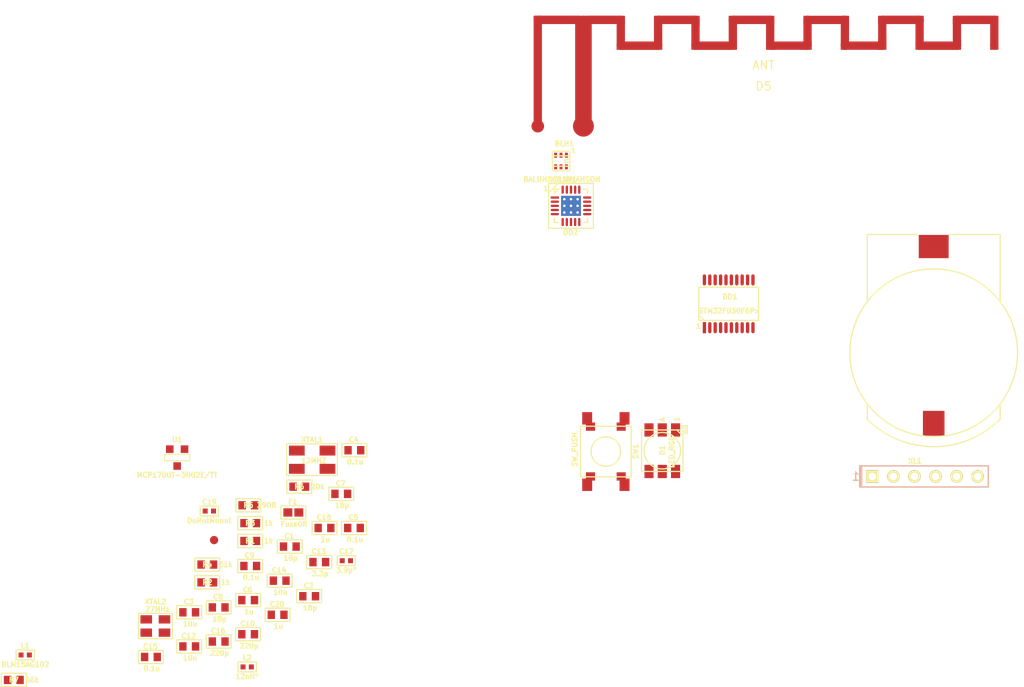
<source format=kicad_pcb>
(kicad_pcb (version 20170123) (host pcbnew "(2017-02-02 revision 8dadc18)-makepkg")

  (general
    (links 115)
    (no_connects 115)
    (area 0 0 0 0)
    (thickness 1.6)
    (drawings 9)
    (tracks 0)
    (zones 0)
    (modules 41)
    (nets 36)
  )

  (page A4)
  (layers
    (0 F.Cu signal)
    (31 B.Cu signal)
    (32 B.Adhes user)
    (33 F.Adhes user)
    (34 B.Paste user)
    (35 F.Paste user)
    (36 B.SilkS user)
    (37 F.SilkS user)
    (38 B.Mask user)
    (39 F.Mask user)
    (40 Dwgs.User user)
    (41 Cmts.User user)
    (42 Eco1.User user)
    (43 Eco2.User user)
    (44 Edge.Cuts user)
    (45 Margin user)
    (46 B.CrtYd user)
    (47 F.CrtYd user)
    (48 B.Fab user)
    (49 F.Fab user)
  )

  (setup
    (last_trace_width 0.25)
    (trace_clearance 0.2)
    (zone_clearance 0.508)
    (zone_45_only no)
    (trace_min 0.2)
    (segment_width 0.2)
    (edge_width 0.15)
    (via_size 0.8)
    (via_drill 0.4)
    (via_min_size 0.4)
    (via_min_drill 0.3)
    (uvia_size 0.3)
    (uvia_drill 0.1)
    (uvias_allowed no)
    (uvia_min_size 0.2)
    (uvia_min_drill 0.1)
    (pcb_text_width 0.3)
    (pcb_text_size 1.5 1.5)
    (mod_edge_width 0.15)
    (mod_text_size 1 1)
    (mod_text_width 0.15)
    (pad_size 1.524 1.524)
    (pad_drill 0.762)
    (pad_to_mask_clearance 0.2)
    (aux_axis_origin 0 0)
    (visible_elements 7FFFFFFF)
    (pcbplotparams
      (layerselection 0x00030_ffffffff)
      (usegerberextensions false)
      (excludeedgelayer true)
      (linewidth 0.100000)
      (plotframeref false)
      (viasonmask false)
      (mode 1)
      (useauxorigin false)
      (hpglpennumber 1)
      (hpglpenspeed 20)
      (hpglpendiameter 15)
      (psnegative false)
      (psa4output false)
      (plotreference true)
      (plotvalue true)
      (plotinvisibletext false)
      (padsonsilk false)
      (subtractmaskfromsilk false)
      (outputformat 1)
      (mirror false)
      (drillshape 1)
      (scaleselection 1)
      (outputdirectory ""))
  )

  (net 0 "")
  (net 1 MCU_PWR)
  (net 2 /CC_GDO0)
  (net 3 /LED_B)
  (net 4 /SWD_IO)
  (net 5 /SWD_CLK)
  (net 6 GNDS)
  (net 7 "Net-(DD1-Pad14)")
  (net 8 /CC_MOSI)
  (net 9 /CC_MISO)
  (net 10 /CC_SCK)
  (net 11 "Net-(DD1-Pad4)")
  (net 12 "Net-(DD1-Pad3)")
  (net 13 "Net-(C1-Pad1)")
  (net 14 /LED_R)
  (net 15 /LED_G)
  (net 16 /UART_TX)
  (net 17 /UART_RX)
  (net 18 /CC_CS)
  (net 19 +3V3)
  (net 20 GNDA)
  (net 21 "Net-(C18-Pad1)")
  (net 22 /BAT_+3V)
  (net 23 "Net-(DD2-Pad17)")
  (net 24 "Net-(C2-Pad1)")
  (net 25 "Net-(D1-Pad4)")
  (net 26 "Net-(D1-Pad5)")
  (net 27 "Net-(D1-Pad6)")
  (net 28 /ANT1)
  (net 29 /RF2)
  (net 30 /RF1)
  (net 31 "Net-(C7-Pad1)")
  (net 32 "Net-(C8-Pad1)")
  (net 33 "Net-(DD2-Pad3)")
  (net 34 "Net-(C9-Pad1)")
  (net 35 /ANT2)

  (net_class Default "Это класс цепей по умолчанию."
    (clearance 0.2)
    (trace_width 0.25)
    (via_dia 0.8)
    (via_drill 0.4)
    (uvia_dia 0.3)
    (uvia_drill 0.1)
    (add_net +3V3)
    (add_net /ANT1)
    (add_net /ANT2)
    (add_net /BAT_+3V)
    (add_net /CC_CS)
    (add_net /CC_GDO0)
    (add_net /CC_MISO)
    (add_net /CC_MOSI)
    (add_net /CC_SCK)
    (add_net /LED_B)
    (add_net /LED_G)
    (add_net /LED_R)
    (add_net /RF1)
    (add_net /RF2)
    (add_net /SWD_CLK)
    (add_net /SWD_IO)
    (add_net /UART_RX)
    (add_net /UART_TX)
    (add_net GNDA)
    (add_net GNDS)
    (add_net MCU_PWR)
    (add_net "Net-(C1-Pad1)")
    (add_net "Net-(C18-Pad1)")
    (add_net "Net-(C2-Pad1)")
    (add_net "Net-(C7-Pad1)")
    (add_net "Net-(C8-Pad1)")
    (add_net "Net-(C9-Pad1)")
    (add_net "Net-(D1-Pad4)")
    (add_net "Net-(D1-Pad5)")
    (add_net "Net-(D1-Pad6)")
    (add_net "Net-(DD1-Pad14)")
    (add_net "Net-(DD1-Pad3)")
    (add_net "Net-(DD1-Pad4)")
    (add_net "Net-(DD2-Pad17)")
    (add_net "Net-(DD2-Pad3)")
  )

  (module ANT_868_INV_F:ANTENNA_868_INV_F_SHARP (layer F.Cu) (tedit 58C676D1) (tstamp 59A0AA03)
    (at 103.5 114.3)
    (path /59933AD6)
    (fp_text reference D5 (at 27.2 -4.01) (layer F.SilkS)
      (effects (font (size 1 1) (thickness 0.15)))
    )
    (fp_text value ANT (at 27.2 -6.55) (layer F.SilkS)
      (effects (font (size 1 1) (thickness 0.15)))
    )
    (fp_line (start 10 -12) (end 10 -8.9) (layer F.Cu) (width 1))
    (fp_line (start 6 -12) (end 10 -12) (layer F.Cu) (width 1))
    (fp_line (start 0 -12) (end 5 -12) (layer F.Cu) (width 1))
    (fp_line (start 55 -12) (end 55 -8.9) (layer F.Cu) (width 1))
    (fp_line (start 50.5 -12) (end 55 -12) (layer F.Cu) (width 1))
    (fp_line (start 50.5 -8.9) (end 50.5 -12) (layer F.Cu) (width 1))
    (fp_line (start 46 -8.9) (end 50.5 -8.9) (layer F.Cu) (width 1))
    (fp_line (start 46 -12) (end 46 -8.9) (layer F.Cu) (width 1))
    (fp_line (start 41.5 -12) (end 46 -12) (layer F.Cu) (width 1))
    (fp_line (start 41.5 -8.9) (end 41.5 -12) (layer F.Cu) (width 1))
    (fp_line (start 37 -8.9) (end 41.5 -8.9) (layer F.Cu) (width 1))
    (fp_line (start 37 -12) (end 37 -8.9) (layer F.Cu) (width 1))
    (fp_line (start 32.5 -12) (end 37 -12) (layer F.Cu) (width 1))
    (fp_line (start 32.5 -8.9) (end 32.5 -12) (layer F.Cu) (width 1))
    (fp_line (start 28 -8.9) (end 32.5 -8.9) (layer F.Cu) (width 1))
    (fp_line (start 28 -12) (end 28 -9) (layer F.Cu) (width 1))
    (fp_line (start 23.5 -12) (end 28 -12) (layer F.Cu) (width 1))
    (fp_line (start 23.5 -9) (end 23.5 -12) (layer F.Cu) (width 1))
    (fp_line (start 19 -8.9) (end 23.5 -8.9) (layer F.Cu) (width 1))
    (fp_line (start 19 -12) (end 19 -8.9) (layer F.Cu) (width 1))
    (fp_line (start 14.5 -12) (end 19 -12) (layer F.Cu) (width 1))
    (fp_line (start 14.5 -8.9) (end 14.5 -12) (layer F.Cu) (width 1))
    (fp_line (start 10 -8.9) (end 14.5 -8.9) (layer F.Cu) (width 1))
    (fp_line (start 5.5 0.8) (end 5.5 -11.5) (layer F.Cu) (width 2))
    (fp_line (start -0.4 -12.4) (end -0.4 -11.9) (layer F.Cu) (width 0.2))
    (fp_line (start 0.1 -12.4) (end -0.4 -12.4) (layer F.Cu) (width 0.2))
    (fp_line (start 9.7 -12.4) (end 0.1 -12.4) (layer F.Cu) (width 0.2))
    (fp_line (start 10.4 -12.4) (end 9.7 -12.4) (layer F.Cu) (width 0.2))
    (fp_line (start 10.4 -11.5) (end 10.4 -12.4) (layer F.Cu) (width 0.2))
    (fp_line (start 9.6 -8.5) (end 9.6 -9.1) (layer F.Cu) (width 0.2))
    (fp_line (start 10.1 -8.5) (end 9.6 -8.5) (layer F.Cu) (width 0.2))
    (fp_line (start 14.3 -8.5) (end 10.1 -8.5) (layer F.Cu) (width 0.2))
    (fp_line (start 14.9 -8.5) (end 14.3 -8.5) (layer F.Cu) (width 0.2))
    (fp_line (start 14.9 -9) (end 14.9 -8.5) (layer F.Cu) (width 0.2))
    (fp_line (start 14.1 -12.4) (end 14.1 -11.9) (layer F.Cu) (width 0.2))
    (fp_line (start 14.6 -12.4) (end 14.1 -12.4) (layer F.Cu) (width 0.2))
    (fp_line (start 18.4 -12.4) (end 14.6 -12.4) (layer F.Cu) (width 0.2))
    (fp_line (start 19.4 -12.4) (end 18.4 -12.4) (layer F.Cu) (width 0.2))
    (fp_line (start 19.4 -11.3) (end 19.4 -12.4) (layer F.Cu) (width 0.2))
    (fp_line (start 18.6 -9.1) (end 19.4 -11.3) (layer F.Cu) (width 0.2))
    (fp_line (start 18.6 -8.5) (end 18.6 -9.1) (layer F.Cu) (width 0.2))
    (fp_line (start 19.6 -8.5) (end 18.6 -8.5) (layer F.Cu) (width 0.2))
    (fp_line (start 23 -8.5) (end 19.6 -8.5) (layer F.Cu) (width 0.2))
    (fp_line (start 23.9 -8.5) (end 23 -8.5) (layer F.Cu) (width 0.2))
    (fp_line (start 23.9 -9) (end 23.9 -8.5) (layer F.Cu) (width 0.2))
    (fp_line (start 23.1 -11.9) (end 23.9 -9) (layer F.Cu) (width 0.2))
    (fp_line (start 23.1 -12.4) (end 23.1 -11.9) (layer F.Cu) (width 0.2))
    (fp_line (start 23.8 -12.4) (end 23.1 -12.4) (layer F.Cu) (width 0.2))
    (fp_line (start 27.6 -12.4) (end 23.8 -12.4) (layer F.Cu) (width 0.2))
    (fp_line (start 28.4 -12.4) (end 27.6 -12.4) (layer F.Cu) (width 0.2))
    (fp_line (start 28.4 -11.5) (end 28.4 -12.4) (layer F.Cu) (width 0.2))
    (fp_line (start 27.6 -8.5) (end 27.6 -9.1) (layer F.Cu) (width 0.2))
    (fp_line (start 28.6 -8.5) (end 27.6 -8.5) (layer F.Cu) (width 0.2))
    (fp_line (start 32.9 -8.5) (end 31.6 -8.5) (layer F.Cu) (width 0.2))
    (fp_line (start 32.9 -9.4) (end 32.9 -8.5) (layer F.Cu) (width 0.2))
    (fp_line (start 32.1 -12.4) (end 32.1 -11.5) (layer F.Cu) (width 0.2))
    (fp_line (start 32.6 -12.4) (end 32.1 -12.4) (layer F.Cu) (width 0.2))
    (fp_line (start 37.4 -12.4) (end 36.7 -12.4) (layer F.Cu) (width 0.2))
    (fp_line (start 37.4 -11.3) (end 37.4 -12.4) (layer F.Cu) (width 0.2))
    (fp_line (start 36.6 -9) (end 37.4 -11.3) (layer F.Cu) (width 0.2))
    (fp_line (start 36.6 -8.5) (end 36.6 -9) (layer F.Cu) (width 0.2))
    (fp_line (start 37.2 -8.5) (end 36.6 -8.5) (layer F.Cu) (width 0.2))
    (fp_line (start 41.9 -8.5) (end 40.9 -8.5) (layer F.Cu) (width 0.2))
    (fp_line (start 41.9 -10) (end 41.9 -8.5) (layer F.Cu) (width 0.2))
    (fp_line (start 41.1 -12.4) (end 41.1 -11.6) (layer F.Cu) (width 0.2))
    (fp_line (start 45.7 -12.4) (end 41.1 -12.4) (layer F.Cu) (width 0.2))
    (fp_line (start 46.4 -12.4) (end 45.7 -12.4) (layer F.Cu) (width 0.2))
    (fp_line (start 46.4 -11.8) (end 46.4 -12.4) (layer F.Cu) (width 0.2))
    (fp_line (start 45.6 -8.5) (end 45.6 -9.3) (layer F.Cu) (width 0.2))
    (fp_line (start 46.3 -8.5) (end 45.6 -8.5) (layer F.Cu) (width 0.2))
    (fp_line (start 50 -8.5) (end 46.3 -8.5) (layer F.Cu) (width 0.2))
    (fp_line (start 50.9 -8.5) (end 50 -8.5) (layer F.Cu) (width 0.2))
    (fp_line (start 50.9 -9.5) (end 50.9 -8.5) (layer F.Cu) (width 0.2))
    (fp_line (start 50.1 -11.5) (end 50.9 -9.5) (layer F.Cu) (width 0.2))
    (fp_line (start 50.1 -12.4) (end 50.1 -11.5) (layer F.Cu) (width 0.2))
    (fp_line (start 55.4 -12.4) (end 50.1 -12.4) (layer F.Cu) (width 0.2))
    (fp_line (start 55.4 -11.7) (end 55.4 -12.4) (layer F.Cu) (width 0.2))
    (fp_line (start 54.6 -8.5) (end 54.6 -9) (layer F.Cu) (width 0.2))
    (fp_line (start 55.4 -8.5) (end 54.6 -8.5) (layer F.Cu) (width 0.2))
    (fp_line (start 55.4 -9) (end 55.4 -8.5) (layer F.Cu) (width 0.2))
    (pad GND smd circle (at 0 0.8) (size 1.524 1.524) (layers F.Cu)
      (net 6 GNDS))
    (pad ~ smd circle (at 5.5 0.8) (size 2.524 2.524) (layers F.Cu)
      (net 35 /ANT2))
    (pad GND smd rect (at 0 -6) (size 1 13) (layers F.Cu)
      (net 6 GNDS))
  )

  (module BtnsSwitches:BTN_6x6_4x4 (layer F.Cu) (tedit 57E14FE0) (tstamp 59A0211F)
    (at 111.7 154.3 270)
    (path /59A46023)
    (fp_text reference SW1 (at 0 -3.6 270) (layer F.SilkS)
      (effects (font (size 0.6 0.6) (thickness 0.15)))
    )
    (fp_text value SW_PUSH (at -0.24892 3.74904 270) (layer F.SilkS)
      (effects (font (size 0.6 0.6) (thickness 0.15)))
    )
    (fp_circle (center 0 0) (end -1.778 0) (layer F.SilkS) (width 0.15))
    (fp_line (start 3.048 3.048) (end 3.048 -3.048) (layer F.SilkS) (width 0.15))
    (fp_line (start 3.048 -3.048) (end -3.048 -3.048) (layer F.SilkS) (width 0.15))
    (fp_line (start -3.048 -3.048) (end -3.048 3.048) (layer F.SilkS) (width 0.15))
    (fp_line (start -3.048 3.048) (end 3.048 3.048) (layer F.SilkS) (width 0.15))
    (pad 1 smd rect (at 4 -2.25 270) (size 1.5 1.2) (layers F.Cu F.Paste F.Mask)
      (net 6 GNDS))
    (pad 2 smd rect (at 4 2.25 270) (size 1.5 1.2) (layers F.Cu F.Paste F.Mask)
      (net 11 "Net-(DD1-Pad4)"))
    (pad 1 smd rect (at -4 -2.25 270) (size 1.5 1.2) (layers F.Cu F.Paste F.Mask)
      (net 6 GNDS))
    (pad 2 smd rect (at -4 2.25 270) (size 1.5 1.2) (layers F.Cu F.Paste F.Mask)
      (net 11 "Net-(DD1-Pad4)"))
    (pad 1 smd rect (at -3 -1.85 270) (size 1 1.1) (layers F.Cu F.Paste F.Mask)
      (net 6 GNDS))
    (pad 2 smd rect (at -3 1.85 270) (size 1 1.1) (layers F.Cu F.Paste F.Mask)
      (net 11 "Net-(DD1-Pad4)"))
    (pad 1 smd rect (at 3 -1.85 270) (size 1 1.1) (layers F.Cu F.Paste F.Mask)
      (net 6 GNDS))
    (pad 2 smd rect (at 3 1.85 270) (size 1 1.1) (layers F.Cu F.Paste F.Mask)
      (net 11 "Net-(DD1-Pad4)"))
    (model D:/Electronix/KiCadLibs/Wings/btn_smd.wrl
      (at (xyz 0 0 0))
      (scale (xyz 1 1 1))
      (rotate (xyz 0 0 0))
    )
  )

  (module Capacitors:CAP_0402 (layer F.Cu) (tedit 551C278F) (tstamp 59A020FA)
    (at 80.439285 167.4495)
    (path /59933A57)
    (attr smd)
    (fp_text reference C17 (at 0 -1.1) (layer F.SilkS)
      (effects (font (size 0.6 0.6) (thickness 0.15)))
    )
    (fp_text value 3.9p* (at 0 1.15) (layer F.SilkS)
      (effects (font (size 0.6 0.6) (thickness 0.15)))
    )
    (fp_line (start -1.1 -0.6) (end 0 -0.6) (layer F.SilkS) (width 0.15))
    (fp_line (start -1.1 0.6) (end -1.1 -0.6) (layer F.SilkS) (width 0.15))
    (fp_line (start 1.1 0.6) (end -1.1 0.6) (layer F.SilkS) (width 0.15))
    (fp_line (start 1.1 -0.6) (end 1.1 0.6) (layer F.SilkS) (width 0.15))
    (fp_line (start 0 -0.6) (end 1.1 -0.6) (layer F.SilkS) (width 0.15))
    (pad 2 smd rect (at 0.5 0) (size 0.6 0.6) (layers F.Cu F.Paste F.Mask)
      (net 6 GNDS))
    (pad 1 smd rect (at -0.5 0) (size 0.6 0.6) (layers F.Cu F.Paste F.Mask)
      (net 28 /ANT1))
    (model 3d\c_0402.wrl
      (at (xyz 0 0 0))
      (scale (xyz 1 1 1))
      (rotate (xyz 0 0 0))
    )
  )

  (module Capacitors:CAP_0402 (layer F.Cu) (tedit 551C278F) (tstamp 59A020DB)
    (at 63.932143 161.4695)
    (path /59933A5F)
    (attr smd)
    (fp_text reference C19 (at 0 -1.1) (layer F.SilkS)
      (effects (font (size 0.6 0.6) (thickness 0.15)))
    )
    (fp_text value DoNotMount (at 0 1.15) (layer F.SilkS)
      (effects (font (size 0.6 0.6) (thickness 0.15)))
    )
    (fp_line (start 0 -0.6) (end 1.1 -0.6) (layer F.SilkS) (width 0.15))
    (fp_line (start 1.1 -0.6) (end 1.1 0.6) (layer F.SilkS) (width 0.15))
    (fp_line (start 1.1 0.6) (end -1.1 0.6) (layer F.SilkS) (width 0.15))
    (fp_line (start -1.1 0.6) (end -1.1 -0.6) (layer F.SilkS) (width 0.15))
    (fp_line (start -1.1 -0.6) (end 0 -0.6) (layer F.SilkS) (width 0.15))
    (pad 1 smd rect (at -0.5 0) (size 0.6 0.6) (layers F.Cu F.Paste F.Mask)
      (net 35 /ANT2))
    (pad 2 smd rect (at 0.5 0) (size 0.6 0.6) (layers F.Cu F.Paste F.Mask)
      (net 6 GNDS))
    (model 3d\c_0402.wrl
      (at (xyz 0 0 0))
      (scale (xyz 1 1 1))
      (rotate (xyz 0 0 0))
    )
  )

  (module Capacitors:CAP_0603 (layer F.Cu) (tedit 587894F1) (tstamp 59A020BC)
    (at 68.605001 176.3095)
    (path /59933A82)
    (attr smd)
    (fp_text reference C10 (at -0.0635 -1.27) (layer F.SilkS)
      (effects (font (size 0.6 0.6) (thickness 0.15)))
    )
    (fp_text value 220p (at 0.09906 1.39954) (layer F.SilkS)
      (effects (font (size 0.6 0.6) (thickness 0.15)))
    )
    (fp_line (start -1.5 0) (end -1.5 -0.8) (layer F.SilkS) (width 0.15))
    (fp_line (start -1.5 -0.8) (end 1.5 -0.8) (layer F.SilkS) (width 0.15))
    (fp_line (start 1.5 -0.8) (end 1.5 0.8) (layer F.SilkS) (width 0.15))
    (fp_line (start 1.5 0.8) (end -1.5 0.8) (layer F.SilkS) (width 0.15))
    (fp_line (start -1.5 0.8) (end -1.5 0) (layer F.SilkS) (width 0.15))
    (pad 1 smd rect (at -0.762 0) (size 0.889 1.016) (layers F.Cu F.Paste F.Mask)
      (net 19 +3V3))
    (pad 2 smd rect (at 0.762 0) (size 0.889 1.016) (layers F.Cu F.Paste F.Mask)
      (net 6 GNDS))
    (model 3d\c_0603.wrl
      (at (xyz 0 0 0))
      (scale (xyz 1 1 1))
      (rotate (xyz 0 0 0))
    )
  )

  (module Capacitors:CAP_0603 (layer F.Cu) (tedit 587894F1) (tstamp 59A0209D)
    (at 77.175001 167.6195)
    (path /59933A90)
    (attr smd)
    (fp_text reference C13 (at -0.0635 -1.27) (layer F.SilkS)
      (effects (font (size 0.6 0.6) (thickness 0.15)))
    )
    (fp_text value 3.3p (at 0.09906 1.39954) (layer F.SilkS)
      (effects (font (size 0.6 0.6) (thickness 0.15)))
    )
    (fp_line (start -1.5 0.8) (end -1.5 0) (layer F.SilkS) (width 0.15))
    (fp_line (start 1.5 0.8) (end -1.5 0.8) (layer F.SilkS) (width 0.15))
    (fp_line (start 1.5 -0.8) (end 1.5 0.8) (layer F.SilkS) (width 0.15))
    (fp_line (start -1.5 -0.8) (end 1.5 -0.8) (layer F.SilkS) (width 0.15))
    (fp_line (start -1.5 0) (end -1.5 -0.8) (layer F.SilkS) (width 0.15))
    (pad 2 smd rect (at 0.762 0) (size 0.889 1.016) (layers F.Cu F.Paste F.Mask)
      (net 6 GNDS))
    (pad 1 smd rect (at -0.762 0) (size 0.889 1.016) (layers F.Cu F.Paste F.Mask)
      (net 19 +3V3))
    (model 3d\c_0603.wrl
      (at (xyz 0 0 0))
      (scale (xyz 1 1 1))
      (rotate (xyz 0 0 0))
    )
  )

  (module Capacitors:CAP_0603 (layer F.Cu) (tedit 587894F1) (tstamp 59A0207E)
    (at 72.405001 169.8595)
    (path /59933A97)
    (attr smd)
    (fp_text reference C14 (at -0.0635 -1.27) (layer F.SilkS)
      (effects (font (size 0.6 0.6) (thickness 0.15)))
    )
    (fp_text value 10n (at 0.09906 1.39954) (layer F.SilkS)
      (effects (font (size 0.6 0.6) (thickness 0.15)))
    )
    (fp_line (start -1.5 0) (end -1.5 -0.8) (layer F.SilkS) (width 0.15))
    (fp_line (start -1.5 -0.8) (end 1.5 -0.8) (layer F.SilkS) (width 0.15))
    (fp_line (start 1.5 -0.8) (end 1.5 0.8) (layer F.SilkS) (width 0.15))
    (fp_line (start 1.5 0.8) (end -1.5 0.8) (layer F.SilkS) (width 0.15))
    (fp_line (start -1.5 0.8) (end -1.5 0) (layer F.SilkS) (width 0.15))
    (pad 1 smd rect (at -0.762 0) (size 0.889 1.016) (layers F.Cu F.Paste F.Mask)
      (net 19 +3V3))
    (pad 2 smd rect (at 0.762 0) (size 0.889 1.016) (layers F.Cu F.Paste F.Mask)
      (net 6 GNDS))
    (model 3d\c_0603.wrl
      (at (xyz 0 0 0))
      (scale (xyz 1 1 1))
      (rotate (xyz 0 0 0))
    )
  )

  (module Capacitors:CAP_0603 (layer F.Cu) (tedit 587894F1) (tstamp 59A0205F)
    (at 56.895001 179.0495)
    (path /59933A9E)
    (attr smd)
    (fp_text reference C15 (at -0.0635 -1.27) (layer F.SilkS)
      (effects (font (size 0.6 0.6) (thickness 0.15)))
    )
    (fp_text value 0.1u (at 0.09906 1.39954) (layer F.SilkS)
      (effects (font (size 0.6 0.6) (thickness 0.15)))
    )
    (fp_line (start -1.5 0.8) (end -1.5 0) (layer F.SilkS) (width 0.15))
    (fp_line (start 1.5 0.8) (end -1.5 0.8) (layer F.SilkS) (width 0.15))
    (fp_line (start 1.5 -0.8) (end 1.5 0.8) (layer F.SilkS) (width 0.15))
    (fp_line (start -1.5 -0.8) (end 1.5 -0.8) (layer F.SilkS) (width 0.15))
    (fp_line (start -1.5 0) (end -1.5 -0.8) (layer F.SilkS) (width 0.15))
    (pad 2 smd rect (at 0.762 0) (size 0.889 1.016) (layers F.Cu F.Paste F.Mask)
      (net 6 GNDS))
    (pad 1 smd rect (at -0.762 0) (size 0.889 1.016) (layers F.Cu F.Paste F.Mask)
      (net 19 +3V3))
    (model 3d\c_0603.wrl
      (at (xyz 0 0 0))
      (scale (xyz 1 1 1))
      (rotate (xyz 0 0 0))
    )
  )

  (module Capacitors:CAP_0603 (layer F.Cu) (tedit 587894F1) (tstamp 59A02040)
    (at 65.055001 177.1895)
    (path /59933AA5)
    (attr smd)
    (fp_text reference C16 (at -0.0635 -1.27) (layer F.SilkS)
      (effects (font (size 0.6 0.6) (thickness 0.15)))
    )
    (fp_text value 220p (at 0.09906 1.39954) (layer F.SilkS)
      (effects (font (size 0.6 0.6) (thickness 0.15)))
    )
    (fp_line (start -1.5 0) (end -1.5 -0.8) (layer F.SilkS) (width 0.15))
    (fp_line (start -1.5 -0.8) (end 1.5 -0.8) (layer F.SilkS) (width 0.15))
    (fp_line (start 1.5 -0.8) (end 1.5 0.8) (layer F.SilkS) (width 0.15))
    (fp_line (start 1.5 0.8) (end -1.5 0.8) (layer F.SilkS) (width 0.15))
    (fp_line (start -1.5 0.8) (end -1.5 0) (layer F.SilkS) (width 0.15))
    (pad 1 smd rect (at -0.762 0) (size 0.889 1.016) (layers F.Cu F.Paste F.Mask)
      (net 19 +3V3))
    (pad 2 smd rect (at 0.762 0) (size 0.889 1.016) (layers F.Cu F.Paste F.Mask)
      (net 6 GNDS))
    (model 3d\c_0603.wrl
      (at (xyz 0 0 0))
      (scale (xyz 1 1 1))
      (rotate (xyz 0 0 0))
    )
  )

  (module Capacitors:CAP_0603 (layer F.Cu) (tedit 587894F1) (tstamp 59A02021)
    (at 77.805001 163.5095)
    (path /599FFF78)
    (attr smd)
    (fp_text reference C18 (at -0.0635 -1.27) (layer F.SilkS)
      (effects (font (size 0.6 0.6) (thickness 0.15)))
    )
    (fp_text value 1u (at 0.09906 1.39954) (layer F.SilkS)
      (effects (font (size 0.6 0.6) (thickness 0.15)))
    )
    (fp_line (start -1.5 0.8) (end -1.5 0) (layer F.SilkS) (width 0.15))
    (fp_line (start 1.5 0.8) (end -1.5 0.8) (layer F.SilkS) (width 0.15))
    (fp_line (start 1.5 -0.8) (end 1.5 0.8) (layer F.SilkS) (width 0.15))
    (fp_line (start -1.5 -0.8) (end 1.5 -0.8) (layer F.SilkS) (width 0.15))
    (fp_line (start -1.5 0) (end -1.5 -0.8) (layer F.SilkS) (width 0.15))
    (pad 2 smd rect (at 0.762 0) (size 0.889 1.016) (layers F.Cu F.Paste F.Mask)
      (net 20 GNDA))
    (pad 1 smd rect (at -0.762 0) (size 0.889 1.016) (layers F.Cu F.Paste F.Mask)
      (net 21 "Net-(C18-Pad1)"))
    (model 3d\c_0603.wrl
      (at (xyz 0 0 0))
      (scale (xyz 1 1 1))
      (rotate (xyz 0 0 0))
    )
  )

  (module Capacitors:CAP_0603 (layer F.Cu) (tedit 587894F1) (tstamp 59A02002)
    (at 72.155001 173.9695)
    (path /59A442E4)
    (attr smd)
    (fp_text reference C20 (at -0.0635 -1.27) (layer F.SilkS)
      (effects (font (size 0.6 0.6) (thickness 0.15)))
    )
    (fp_text value 1u (at 0.09906 1.39954) (layer F.SilkS)
      (effects (font (size 0.6 0.6) (thickness 0.15)))
    )
    (fp_line (start -1.5 0) (end -1.5 -0.8) (layer F.SilkS) (width 0.15))
    (fp_line (start -1.5 -0.8) (end 1.5 -0.8) (layer F.SilkS) (width 0.15))
    (fp_line (start 1.5 -0.8) (end 1.5 0.8) (layer F.SilkS) (width 0.15))
    (fp_line (start 1.5 0.8) (end -1.5 0.8) (layer F.SilkS) (width 0.15))
    (fp_line (start -1.5 0.8) (end -1.5 0) (layer F.SilkS) (width 0.15))
    (pad 1 smd rect (at -0.762 0) (size 0.889 1.016) (layers F.Cu F.Paste F.Mask)
      (net 19 +3V3))
    (pad 2 smd rect (at 0.762 0) (size 0.889 1.016) (layers F.Cu F.Paste F.Mask)
      (net 20 GNDA))
    (model 3d\c_0603.wrl
      (at (xyz 0 0 0))
      (scale (xyz 1 1 1))
      (rotate (xyz 0 0 0))
    )
  )

  (module Capacitors:CAP_0603 (layer F.Cu) (tedit 587894F1) (tstamp 59A01FE3)
    (at 61.505001 177.7795)
    (path /59933A89)
    (attr smd)
    (fp_text reference C12 (at -0.0635 -1.27) (layer F.SilkS)
      (effects (font (size 0.6 0.6) (thickness 0.15)))
    )
    (fp_text value 10n (at 0.09906 1.39954) (layer F.SilkS)
      (effects (font (size 0.6 0.6) (thickness 0.15)))
    )
    (fp_line (start -1.5 0.8) (end -1.5 0) (layer F.SilkS) (width 0.15))
    (fp_line (start 1.5 0.8) (end -1.5 0.8) (layer F.SilkS) (width 0.15))
    (fp_line (start 1.5 -0.8) (end 1.5 0.8) (layer F.SilkS) (width 0.15))
    (fp_line (start -1.5 -0.8) (end 1.5 -0.8) (layer F.SilkS) (width 0.15))
    (fp_line (start -1.5 0) (end -1.5 -0.8) (layer F.SilkS) (width 0.15))
    (pad 2 smd rect (at 0.762 0) (size 0.889 1.016) (layers F.Cu F.Paste F.Mask)
      (net 6 GNDS))
    (pad 1 smd rect (at -0.762 0) (size 0.889 1.016) (layers F.Cu F.Paste F.Mask)
      (net 19 +3V3))
    (model 3d\c_0603.wrl
      (at (xyz 0 0 0))
      (scale (xyz 1 1 1))
      (rotate (xyz 0 0 0))
    )
  )

  (module Capacitors:CAP_0603 (layer F.Cu) (tedit 587894F1) (tstamp 59A01FC4)
    (at 68.855001 168.0895)
    (path /59933A69)
    (attr smd)
    (fp_text reference C9 (at -0.0635 -1.27) (layer F.SilkS)
      (effects (font (size 0.6 0.6) (thickness 0.15)))
    )
    (fp_text value 0.1u (at 0.09906 1.39954) (layer F.SilkS)
      (effects (font (size 0.6 0.6) (thickness 0.15)))
    )
    (fp_line (start -1.5 0) (end -1.5 -0.8) (layer F.SilkS) (width 0.15))
    (fp_line (start -1.5 -0.8) (end 1.5 -0.8) (layer F.SilkS) (width 0.15))
    (fp_line (start 1.5 -0.8) (end 1.5 0.8) (layer F.SilkS) (width 0.15))
    (fp_line (start 1.5 0.8) (end -1.5 0.8) (layer F.SilkS) (width 0.15))
    (fp_line (start -1.5 0.8) (end -1.5 0) (layer F.SilkS) (width 0.15))
    (pad 1 smd rect (at -0.762 0) (size 0.889 1.016) (layers F.Cu F.Paste F.Mask)
      (net 34 "Net-(C9-Pad1)"))
    (pad 2 smd rect (at 0.762 0) (size 0.889 1.016) (layers F.Cu F.Paste F.Mask)
      (net 6 GNDS))
    (model 3d\c_0603.wrl
      (at (xyz 0 0 0))
      (scale (xyz 1 1 1))
      (rotate (xyz 0 0 0))
    )
  )

  (module Capacitors:CAP_0603 (layer F.Cu) (tedit 587894F1) (tstamp 59A01FA5)
    (at 65.055001 173.0795)
    (path /59933A3D)
    (attr smd)
    (fp_text reference C8 (at -0.0635 -1.27) (layer F.SilkS)
      (effects (font (size 0.6 0.6) (thickness 0.15)))
    )
    (fp_text value 18p (at 0.09906 1.39954) (layer F.SilkS)
      (effects (font (size 0.6 0.6) (thickness 0.15)))
    )
    (fp_line (start -1.5 0.8) (end -1.5 0) (layer F.SilkS) (width 0.15))
    (fp_line (start 1.5 0.8) (end -1.5 0.8) (layer F.SilkS) (width 0.15))
    (fp_line (start 1.5 -0.8) (end 1.5 0.8) (layer F.SilkS) (width 0.15))
    (fp_line (start -1.5 -0.8) (end 1.5 -0.8) (layer F.SilkS) (width 0.15))
    (fp_line (start -1.5 0) (end -1.5 -0.8) (layer F.SilkS) (width 0.15))
    (pad 2 smd rect (at 0.762 0) (size 0.889 1.016) (layers F.Cu F.Paste F.Mask)
      (net 6 GNDS))
    (pad 1 smd rect (at -0.762 0) (size 0.889 1.016) (layers F.Cu F.Paste F.Mask)
      (net 32 "Net-(C8-Pad1)"))
    (model 3d\c_0603.wrl
      (at (xyz 0 0 0))
      (scale (xyz 1 1 1))
      (rotate (xyz 0 0 0))
    )
  )

  (module Capacitors:CAP_0603 (layer F.Cu) (tedit 587894F1) (tstamp 59A01F86)
    (at 79.825001 159.3995)
    (path /59933ADC)
    (attr smd)
    (fp_text reference C7 (at -0.0635 -1.27) (layer F.SilkS)
      (effects (font (size 0.6 0.6) (thickness 0.15)))
    )
    (fp_text value 18p (at 0.09906 1.39954) (layer F.SilkS)
      (effects (font (size 0.6 0.6) (thickness 0.15)))
    )
    (fp_line (start -1.5 0) (end -1.5 -0.8) (layer F.SilkS) (width 0.15))
    (fp_line (start -1.5 -0.8) (end 1.5 -0.8) (layer F.SilkS) (width 0.15))
    (fp_line (start 1.5 -0.8) (end 1.5 0.8) (layer F.SilkS) (width 0.15))
    (fp_line (start 1.5 0.8) (end -1.5 0.8) (layer F.SilkS) (width 0.15))
    (fp_line (start -1.5 0.8) (end -1.5 0) (layer F.SilkS) (width 0.15))
    (pad 1 smd rect (at -0.762 0) (size 0.889 1.016) (layers F.Cu F.Paste F.Mask)
      (net 31 "Net-(C7-Pad1)"))
    (pad 2 smd rect (at 0.762 0) (size 0.889 1.016) (layers F.Cu F.Paste F.Mask)
      (net 6 GNDS))
    (model 3d\c_0603.wrl
      (at (xyz 0 0 0))
      (scale (xyz 1 1 1))
      (rotate (xyz 0 0 0))
    )
  )

  (module Capacitors:CAP_0603 (layer F.Cu) (tedit 587894F1) (tstamp 59A01F67)
    (at 68.605001 172.1995)
    (path /59A239B7)
    (attr smd)
    (fp_text reference C6 (at -0.0635 -1.27) (layer F.SilkS)
      (effects (font (size 0.6 0.6) (thickness 0.15)))
    )
    (fp_text value 1u (at 0.09906 1.39954) (layer F.SilkS)
      (effects (font (size 0.6 0.6) (thickness 0.15)))
    )
    (fp_line (start -1.5 0.8) (end -1.5 0) (layer F.SilkS) (width 0.15))
    (fp_line (start 1.5 0.8) (end -1.5 0.8) (layer F.SilkS) (width 0.15))
    (fp_line (start 1.5 -0.8) (end 1.5 0.8) (layer F.SilkS) (width 0.15))
    (fp_line (start -1.5 -0.8) (end 1.5 -0.8) (layer F.SilkS) (width 0.15))
    (fp_line (start -1.5 0) (end -1.5 -0.8) (layer F.SilkS) (width 0.15))
    (pad 2 smd rect (at 0.762 0) (size 0.889 1.016) (layers F.Cu F.Paste F.Mask)
      (net 6 GNDS))
    (pad 1 smd rect (at -0.762 0) (size 0.889 1.016) (layers F.Cu F.Paste F.Mask)
      (net 1 MCU_PWR))
    (model 3d\c_0603.wrl
      (at (xyz 0 0 0))
      (scale (xyz 1 1 1))
      (rotate (xyz 0 0 0))
    )
  )

  (module Capacitors:CAP_0603 (layer F.Cu) (tedit 587894F1) (tstamp 59A01F48)
    (at 81.355001 163.5095)
    (path /59A1F11D)
    (attr smd)
    (fp_text reference C5 (at -0.0635 -1.27) (layer F.SilkS)
      (effects (font (size 0.6 0.6) (thickness 0.15)))
    )
    (fp_text value 0.1u (at 0.09906 1.39954) (layer F.SilkS)
      (effects (font (size 0.6 0.6) (thickness 0.15)))
    )
    (fp_line (start -1.5 0) (end -1.5 -0.8) (layer F.SilkS) (width 0.15))
    (fp_line (start -1.5 -0.8) (end 1.5 -0.8) (layer F.SilkS) (width 0.15))
    (fp_line (start 1.5 -0.8) (end 1.5 0.8) (layer F.SilkS) (width 0.15))
    (fp_line (start 1.5 0.8) (end -1.5 0.8) (layer F.SilkS) (width 0.15))
    (fp_line (start -1.5 0.8) (end -1.5 0) (layer F.SilkS) (width 0.15))
    (pad 1 smd rect (at -0.762 0) (size 0.889 1.016) (layers F.Cu F.Paste F.Mask)
      (net 1 MCU_PWR))
    (pad 2 smd rect (at 0.762 0) (size 0.889 1.016) (layers F.Cu F.Paste F.Mask)
      (net 6 GNDS))
    (model 3d\c_0603.wrl
      (at (xyz 0 0 0))
      (scale (xyz 1 1 1))
      (rotate (xyz 0 0 0))
    )
  )

  (module Capacitors:CAP_0603 (layer F.Cu) (tedit 587894F1) (tstamp 59A01F29)
    (at 75.955001 171.7295)
    (path /59A1C54F)
    (attr smd)
    (fp_text reference C2 (at -0.0635 -1.27) (layer F.SilkS)
      (effects (font (size 0.6 0.6) (thickness 0.15)))
    )
    (fp_text value 18p (at 0.09906 1.39954) (layer F.SilkS)
      (effects (font (size 0.6 0.6) (thickness 0.15)))
    )
    (fp_line (start -1.5 0.8) (end -1.5 0) (layer F.SilkS) (width 0.15))
    (fp_line (start 1.5 0.8) (end -1.5 0.8) (layer F.SilkS) (width 0.15))
    (fp_line (start 1.5 -0.8) (end 1.5 0.8) (layer F.SilkS) (width 0.15))
    (fp_line (start -1.5 -0.8) (end 1.5 -0.8) (layer F.SilkS) (width 0.15))
    (fp_line (start -1.5 0) (end -1.5 -0.8) (layer F.SilkS) (width 0.15))
    (pad 2 smd rect (at 0.762 0) (size 0.889 1.016) (layers F.Cu F.Paste F.Mask)
      (net 6 GNDS))
    (pad 1 smd rect (at -0.762 0) (size 0.889 1.016) (layers F.Cu F.Paste F.Mask)
      (net 24 "Net-(C2-Pad1)"))
    (model 3d\c_0603.wrl
      (at (xyz 0 0 0))
      (scale (xyz 1 1 1))
      (rotate (xyz 0 0 0))
    )
  )

  (module Capacitors:CAP_0603 (layer F.Cu) (tedit 587894F1) (tstamp 59A01F0A)
    (at 81.405001 154.1395)
    (path /59A1F080)
    (attr smd)
    (fp_text reference C4 (at -0.0635 -1.27) (layer F.SilkS)
      (effects (font (size 0.6 0.6) (thickness 0.15)))
    )
    (fp_text value 0.1u (at 0.09906 1.39954) (layer F.SilkS)
      (effects (font (size 0.6 0.6) (thickness 0.15)))
    )
    (fp_line (start -1.5 0) (end -1.5 -0.8) (layer F.SilkS) (width 0.15))
    (fp_line (start -1.5 -0.8) (end 1.5 -0.8) (layer F.SilkS) (width 0.15))
    (fp_line (start 1.5 -0.8) (end 1.5 0.8) (layer F.SilkS) (width 0.15))
    (fp_line (start 1.5 0.8) (end -1.5 0.8) (layer F.SilkS) (width 0.15))
    (fp_line (start -1.5 0.8) (end -1.5 0) (layer F.SilkS) (width 0.15))
    (pad 1 smd rect (at -0.762 0) (size 0.889 1.016) (layers F.Cu F.Paste F.Mask)
      (net 1 MCU_PWR))
    (pad 2 smd rect (at 0.762 0) (size 0.889 1.016) (layers F.Cu F.Paste F.Mask)
      (net 6 GNDS))
    (model 3d\c_0603.wrl
      (at (xyz 0 0 0))
      (scale (xyz 1 1 1))
      (rotate (xyz 0 0 0))
    )
  )

  (module Capacitors:CAP_0603 (layer F.Cu) (tedit 587894F1) (tstamp 59A01EEB)
    (at 61.505001 173.6695)
    (path /59A1EFD8)
    (attr smd)
    (fp_text reference C3 (at -0.0635 -1.27) (layer F.SilkS)
      (effects (font (size 0.6 0.6) (thickness 0.15)))
    )
    (fp_text value 10u (at 0.09906 1.39954) (layer F.SilkS)
      (effects (font (size 0.6 0.6) (thickness 0.15)))
    )
    (fp_line (start -1.5 0.8) (end -1.5 0) (layer F.SilkS) (width 0.15))
    (fp_line (start 1.5 0.8) (end -1.5 0.8) (layer F.SilkS) (width 0.15))
    (fp_line (start 1.5 -0.8) (end 1.5 0.8) (layer F.SilkS) (width 0.15))
    (fp_line (start -1.5 -0.8) (end 1.5 -0.8) (layer F.SilkS) (width 0.15))
    (fp_line (start -1.5 0) (end -1.5 -0.8) (layer F.SilkS) (width 0.15))
    (pad 2 smd rect (at 0.762 0) (size 0.889 1.016) (layers F.Cu F.Paste F.Mask)
      (net 6 GNDS))
    (pad 1 smd rect (at -0.762 0) (size 0.889 1.016) (layers F.Cu F.Paste F.Mask)
      (net 1 MCU_PWR))
    (model 3d\c_0603.wrl
      (at (xyz 0 0 0))
      (scale (xyz 1 1 1))
      (rotate (xyz 0 0 0))
    )
  )

  (module Capacitors:CAP_0603 (layer F.Cu) (tedit 587894F1) (tstamp 59A01ECC)
    (at 73.625001 165.7495)
    (path /59A1C42E)
    (attr smd)
    (fp_text reference C1 (at -0.0635 -1.27) (layer F.SilkS)
      (effects (font (size 0.6 0.6) (thickness 0.15)))
    )
    (fp_text value 18p (at 0.09906 1.39954) (layer F.SilkS)
      (effects (font (size 0.6 0.6) (thickness 0.15)))
    )
    (fp_line (start -1.5 0) (end -1.5 -0.8) (layer F.SilkS) (width 0.15))
    (fp_line (start -1.5 -0.8) (end 1.5 -0.8) (layer F.SilkS) (width 0.15))
    (fp_line (start 1.5 -0.8) (end 1.5 0.8) (layer F.SilkS) (width 0.15))
    (fp_line (start 1.5 0.8) (end -1.5 0.8) (layer F.SilkS) (width 0.15))
    (fp_line (start -1.5 0.8) (end -1.5 0) (layer F.SilkS) (width 0.15))
    (pad 1 smd rect (at -0.762 0) (size 0.889 1.016) (layers F.Cu F.Paste F.Mask)
      (net 13 "Net-(C1-Pad1)"))
    (pad 2 smd rect (at 0.762 0) (size 0.889 1.016) (layers F.Cu F.Paste F.Mask)
      (net 6 GNDS))
    (model 3d\c_0603.wrl
      (at (xyz 0 0 0))
      (scale (xyz 1 1 1))
      (rotate (xyz 0 0 0))
    )
  )

  (module Connectors:PLS-6 (layer F.Cu) (tedit 556EECAC) (tstamp 59A01E89)
    (at 143.8 157.3)
    (descr "Single-line 8-pin @2.54")
    (path /59A16E0F)
    (fp_text reference XL1 (at 5.14096 -1.84912) (layer F.SilkS)
      (effects (font (size 0.6 0.6) (thickness 0.15)))
    )
    (fp_text value CONN_6 (at 12.48918 -1.84912) (layer F.SilkS) hide
      (effects (font (size 0.635 0.635) (thickness 0.16002)))
    )
    (fp_text user 1 (at -2 0) (layer B.SilkS)
      (effects (font (size 1 1) (thickness 0.15)) (justify mirror))
    )
    (fp_text user 1 (at -2 0) (layer F.SilkS)
      (effects (font (size 1 1) (thickness 0.15)))
    )
    (fp_line (start -1.524 -1.27) (end 13.97 -1.27) (layer B.SilkS) (width 0.15))
    (fp_line (start 13.97 -1.27) (end 13.97 1.27) (layer B.SilkS) (width 0.15))
    (fp_line (start 13.97 1.27) (end -1.524 1.27) (layer B.SilkS) (width 0.15))
    (fp_line (start -1.524 1.27) (end -1.524 -1.27) (layer B.SilkS) (width 0.15))
    (fp_line (start -1.524 -1.27) (end -1.397 -1.27) (layer B.SilkS) (width 0.15))
    (fp_line (start -1.397 -1.27) (end -1.397 1.27) (layer B.SilkS) (width 0.15))
    (fp_line (start -1.397 1.27) (end -1.27 1.27) (layer B.SilkS) (width 0.15))
    (fp_line (start -1.27 1.27) (end -1.27 -1.27) (layer B.SilkS) (width 0.15))
    (fp_line (start -1.27 1.27) (end 13.97 1.27) (layer F.SilkS) (width 0.15))
    (fp_line (start 13.97 -1.27) (end -1.27 -1.27) (layer F.SilkS) (width 0.15))
    (fp_line (start 13.97 -1.27) (end 13.97 1.27) (layer F.SilkS) (width 0.15))
    (fp_line (start -1.27 1.27) (end -1.524 1.27) (layer F.SilkS) (width 0.15))
    (fp_line (start -1.524 1.27) (end -1.524 -1.27) (layer F.SilkS) (width 0.15))
    (fp_line (start -1.524 -1.27) (end -1.27 -1.27) (layer F.SilkS) (width 0.15))
    (fp_line (start -1.27 -1.27) (end -1.397 -1.27) (layer F.SilkS) (width 0.15))
    (fp_line (start -1.397 -1.27) (end -1.397 1.27) (layer F.SilkS) (width 0.15))
    (fp_line (start -1.27 1.27) (end -1.27 -1.27) (layer F.SilkS) (width 0.15))
    (pad 1 thru_hole rect (at 0 0) (size 1.5 1.5) (drill 0.9) (layers *.Cu *.Mask F.SilkS)
      (net 19 +3V3))
    (pad 2 thru_hole circle (at 2.54 0) (size 1.5 1.5) (drill 0.9) (layers *.Cu *.Mask F.SilkS)
      (net 5 /SWD_CLK))
    (pad 3 thru_hole circle (at 5.08 0) (size 1.5 1.5) (drill 0.9) (layers *.Cu *.Mask F.SilkS)
      (net 6 GNDS))
    (pad 4 thru_hole circle (at 7.62 0) (size 1.5 1.5) (drill 0.9) (layers *.Cu *.Mask F.SilkS)
      (net 4 /SWD_IO))
    (pad 5 thru_hole circle (at 10.16 0) (size 1.5 1.5) (drill 0.9) (layers *.Cu *.Mask F.SilkS)
      (net 16 /UART_TX))
    (pad 6 thru_hole circle (at 12.7 0) (size 1.5 1.5) (drill 0.9) (layers *.Cu *.Mask F.SilkS)
      (net 17 /UART_RX))
  )

  (module Inductors:IND_0402 (layer F.Cu) (tedit 551C24B4) (tstamp 59A01E58)
    (at 68.490714 180.2495)
    (path /59933A72)
    (attr smd)
    (fp_text reference L2 (at 0 -1.1) (layer F.SilkS)
      (effects (font (size 0.6 0.6) (thickness 0.15)))
    )
    (fp_text value 12nH* (at 0 1.15) (layer F.SilkS)
      (effects (font (size 0.6 0.6) (thickness 0.15)))
    )
    (fp_line (start -1.1 -0.6) (end 0 -0.6) (layer F.SilkS) (width 0.15))
    (fp_line (start -1.1 0.6) (end -1.1 -0.6) (layer F.SilkS) (width 0.15))
    (fp_line (start 1.1 0.6) (end -1.1 0.6) (layer F.SilkS) (width 0.15))
    (fp_line (start 1.1 -0.6) (end 1.1 0.6) (layer F.SilkS) (width 0.15))
    (fp_line (start 0 -0.6) (end 1.1 -0.6) (layer F.SilkS) (width 0.15))
    (pad 2 smd rect (at 0.5 0) (size 0.6 0.6) (layers F.Cu F.Paste F.Mask)
      (net 28 /ANT1))
    (pad 1 smd rect (at -0.5 0) (size 0.6 0.6) (layers F.Cu F.Paste F.Mask)
      (net 35 /ANT2))
    (model 3d\r_0402.wrl
      (at (xyz 0 0 0))
      (scale (xyz 1 1 1))
      (rotate (xyz 0 0 0))
    )
  )

  (module Inductors:IND_0402 (layer F.Cu) (tedit 551C24B4) (tstamp 59A01E39)
    (at 41.746428 178.8095)
    (path /59A1EA60)
    (attr smd)
    (fp_text reference L1 (at 0 -1.1) (layer F.SilkS)
      (effects (font (size 0.6 0.6) (thickness 0.15)))
    )
    (fp_text value BLM15AG102 (at 0 1.15) (layer F.SilkS)
      (effects (font (size 0.6 0.6) (thickness 0.15)))
    )
    (fp_line (start 0 -0.6) (end 1.1 -0.6) (layer F.SilkS) (width 0.15))
    (fp_line (start 1.1 -0.6) (end 1.1 0.6) (layer F.SilkS) (width 0.15))
    (fp_line (start 1.1 0.6) (end -1.1 0.6) (layer F.SilkS) (width 0.15))
    (fp_line (start -1.1 0.6) (end -1.1 -0.6) (layer F.SilkS) (width 0.15))
    (fp_line (start -1.1 -0.6) (end 0 -0.6) (layer F.SilkS) (width 0.15))
    (pad 1 smd rect (at -0.5 0) (size 0.6 0.6) (layers F.Cu F.Paste F.Mask)
      (net 19 +3V3))
    (pad 2 smd rect (at 0.5 0) (size 0.6 0.6) (layers F.Cu F.Paste F.Mask)
      (net 1 MCU_PWR))
    (model 3d\r_0402.wrl
      (at (xyz 0 0 0))
      (scale (xyz 1 1 1))
      (rotate (xyz 0 0 0))
    )
  )

  (module Installation:BATTERY_CH7410 (layer F.Cu) (tedit 568A491A) (tstamp 59A01E14)
    (at 151.2 142.4 90)
    (path /59A0A2AF)
    (fp_text reference B1 (at 0 -5 90) (layer F.SilkS) hide
      (effects (font (size 1 1) (thickness 0.2)))
    )
    (fp_text value BAT (at 0 2 90) (layer F.SilkS) hide
      (effects (font (size 1 1) (thickness 0.2)))
    )
    (fp_line (start -8 8) (end -6.2 8) (layer F.SilkS) (width 0.15))
    (fp_line (start -8 -8) (end -6.2 -8) (layer F.SilkS) (width 0.15))
    (fp_arc (start 0 0) (end -8 8) (angle 90) (layer F.SilkS) (width 0.15))
    (fp_line (start 14.25 1.75) (end 14.25 8) (layer F.SilkS) (width 0.15))
    (fp_line (start 14.25 8) (end 6.25 8) (layer F.SilkS) (width 0.15))
    (fp_line (start 14.25 -2) (end 14.25 -8) (layer F.SilkS) (width 0.15))
    (fp_line (start 14.25 -8) (end 6 -8) (layer F.SilkS) (width 0.15))
    (fp_circle (center 0 0) (end -10.1 0) (layer F.SilkS) (width 0.15))
    (pad C smd rect (at -8.5 0 90) (size 3 2.6) (layers F.Cu F.Paste F.Mask)
      (net 20 GNDA))
    (pad A smd rect (at 12.8 0 90) (size 2.8 3.6) (layers F.Cu F.Paste F.Mask)
      (net 22 /BAT_+3V))
  )

  (module LEDs:LED_5050 (layer F.Cu) (tedit 57042D1C) (tstamp 59A01DDC)
    (at 118.5 154.2 270)
    (path /59A2CDFE)
    (fp_text reference D1 (at -0.05 0 270) (layer F.SilkS)
      (effects (font (size 0.59944 0.59944) (thickness 0.14986)))
    )
    (fp_text value LED_RGB (at 0.15 -1.15 270) (layer F.SilkS)
      (effects (font (size 0.59944 0.59944) (thickness 0.14986)))
    )
    (fp_line (start -1.75 -2.5) (end -2.5 -1.75) (layer F.SilkS) (width 0.15))
    (fp_line (start -2.75 -2.25) (end -2.75 -2.75) (layer F.SilkS) (width 0.15))
    (fp_line (start -2.75 -2.75) (end -2 -2.75) (layer F.SilkS) (width 0.15))
    (fp_line (start -2 -3) (end -3 -3) (layer F.SilkS) (width 0.15))
    (fp_line (start -3 -3) (end -3 -2.25) (layer F.SilkS) (width 0.15))
    (fp_text user 1 (at -3.8 -1.75 270) (layer F.SilkS)
      (effects (font (size 0.6 0.6) (thickness 0.15)))
    )
    (fp_text user A (at -3.75 0 270) (layer F.SilkS)
      (effects (font (size 0.6 0.6) (thickness 0.15)))
    )
    (fp_circle (center 0 0) (end 0 2.19964) (layer F.SilkS) (width 0.14986))
    (fp_line (start 2.49936 -2.49936) (end 2.49936 2.49936) (layer F.SilkS) (width 0.14986))
    (fp_line (start 2.49936 2.49936) (end -2.49936 2.49936) (layer F.SilkS) (width 0.14986))
    (fp_line (start -2.49936 2.49936) (end -2.49936 -2.49936) (layer F.SilkS) (width 0.14986))
    (fp_line (start -2.49936 -2.49936) (end 2.49936 -2.49936) (layer F.SilkS) (width 0.14986))
    (pad 6 smd rect (at 2.5 -1.6 270) (size 1.6 1.1) (layers F.Cu F.Paste F.Mask)
      (net 27 "Net-(D1-Pad6)"))
    (pad 5 smd rect (at 2.5 0 270) (size 1.6 1.1) (layers F.Cu F.Paste F.Mask)
      (net 26 "Net-(D1-Pad5)"))
    (pad 4 smd rect (at 2.5 1.6 270) (size 1.6 1.1) (layers F.Cu F.Paste F.Mask)
      (net 25 "Net-(D1-Pad4)"))
    (pad 1 smd rect (at -2.5 -1.6 270) (size 1.6 1.1) (layers F.Cu F.Paste F.Mask)
      (net 6 GNDS))
    (pad 2 smd rect (at -2.5 0 270) (size 1.6 1.1) (layers F.Cu F.Paste F.Mask)
      (net 6 GNDS))
    (pad 3 smd rect (at -2.5 1.6 270) (size 1.6 1.1) (layers F.Cu F.Paste F.Mask)
      (net 6 GNDS))
  )

  (module PCB:TESTPOINT_1MM (layer F.Cu) (tedit 551FD58F) (tstamp 59A01DBE)
    (at 64.499285 164.96866)
    (path /59933AE6)
    (fp_text reference TP1 (at 0 1.09982) (layer F.SilkS) hide
      (effects (font (size 0.6 0.6) (thickness 0.15)))
    )
    (fp_text value TESTPOINT (at 0 -0.89916) (layer F.SilkS) hide
      (effects (font (size 0.6 0.6) (thickness 0.15)))
    )
    (pad 1 smd circle (at 0 0) (size 1 1) (layers F.Cu F.Paste F.Mask)
      (net 2 /CC_GDO0))
  )

  (module QFN_DFN:QFN20 (layer F.Cu) (tedit 5844177C) (tstamp 59A01D5B)
    (at 107.5 124.7)
    (path /59933A24)
    (fp_text reference DD2 (at -0.05 3.2) (layer F.SilkS)
      (effects (font (size 0.6 0.6) (thickness 0.15)))
    )
    (fp_text value CC1101 (at -1.09982 -3.1496) (layer F.SilkS)
      (effects (font (size 0.6 0.6) (thickness 0.15)))
    )
    (fp_line (start -1.5 2) (end -2 2) (layer F.SilkS) (width 0.15))
    (fp_line (start -2 2) (end -2 1.5) (layer F.SilkS) (width 0.15))
    (fp_line (start 2 1.5) (end 2 2) (layer F.SilkS) (width 0.15))
    (fp_line (start 2 2) (end 1.5 2) (layer F.SilkS) (width 0.15))
    (fp_line (start 1.5 -2) (end 2 -2) (layer F.SilkS) (width 0.15))
    (fp_line (start 2 -2) (end 2 -1.5) (layer F.SilkS) (width 0.15))
    (fp_line (start -2 -1.5) (end -2 -2) (layer F.SilkS) (width 0.15))
    (fp_line (start -2 -2) (end -1.5 -2) (layer F.SilkS) (width 0.15))
    (fp_line (start -1.5 -2) (end -2 -1.5) (layer F.SilkS) (width 0.15))
    (fp_text user 1 (at -3.04 -2.1) (layer F.SilkS)
      (effects (font (size 0.6 0.6) (thickness 0.15)))
    )
    (fp_line (start -2.7 -1.55) (end -1.55 -2.7) (layer F.SilkS) (width 0.15))
    (fp_line (start 2.7 -2.7) (end 2.7 2.7) (layer F.SilkS) (width 0.15))
    (fp_line (start 2.7 2.7) (end -2.7 2.7) (layer F.SilkS) (width 0.15))
    (fp_line (start -2.7 2.7) (end -2.7 -2.7) (layer F.SilkS) (width 0.15))
    (fp_line (start -2.7 -2.7) (end 2.7 -2.7) (layer F.SilkS) (width 0.15))
    (pad 1 smd rect (at -1.95 -1) (size 1 0.28) (layers F.Cu F.Paste F.Mask)
      (net 10 /CC_SCK))
    (pad 2 smd oval (at -1.95 -0.5) (size 1 0.28) (layers F.Cu F.Paste F.Mask)
      (net 9 /CC_MISO))
    (pad 3 smd oval (at -1.95 0) (size 1 0.28) (layers F.Cu F.Paste F.Mask)
      (net 33 "Net-(DD2-Pad3)"))
    (pad 4 smd oval (at -1.95 0.5) (size 1 0.28) (layers F.Cu F.Paste F.Mask)
      (net 19 +3V3))
    (pad 5 smd oval (at -1.95 1) (size 1 0.28) (layers F.Cu F.Paste F.Mask)
      (net 34 "Net-(C9-Pad1)"))
    (pad 6 smd oval (at -1 1.95 90) (size 1 0.28) (layers F.Cu F.Paste F.Mask)
      (net 2 /CC_GDO0))
    (pad 7 smd oval (at -0.5 1.95 90) (size 1 0.28) (layers F.Cu F.Paste F.Mask)
      (net 18 /CC_CS))
    (pad 8 smd oval (at 0 1.95 90) (size 1 0.28) (layers F.Cu F.Paste F.Mask)
      (net 31 "Net-(C7-Pad1)"))
    (pad 9 smd oval (at 0.5 1.95 90) (size 1 0.28) (layers F.Cu F.Paste F.Mask)
      (net 19 +3V3))
    (pad 10 smd oval (at 1 1.95 90) (size 1 0.28) (layers F.Cu F.Paste F.Mask)
      (net 32 "Net-(C8-Pad1)"))
    (pad 11 smd oval (at 1.95 1 180) (size 1 0.28) (layers F.Cu F.Paste F.Mask)
      (net 19 +3V3))
    (pad 12 smd oval (at 1.95 0.5 180) (size 1 0.28) (layers F.Cu F.Paste F.Mask)
      (net 30 /RF1))
    (pad 13 smd oval (at 1.95 0 180) (size 1 0.28) (layers F.Cu F.Paste F.Mask)
      (net 29 /RF2))
    (pad 14 smd oval (at 1.95 -0.5 180) (size 1 0.28) (layers F.Cu F.Paste F.Mask)
      (net 19 +3V3))
    (pad 15 smd oval (at 1.95 -1 180) (size 1 0.28) (layers F.Cu F.Paste F.Mask)
      (net 19 +3V3))
    (pad 16 smd oval (at 1 -1.95 90) (size 1 0.28) (layers F.Cu F.Paste F.Mask)
      (net 6 GNDS))
    (pad 17 smd oval (at 0.5 -1.95 90) (size 1 0.28) (layers F.Cu F.Paste F.Mask)
      (net 23 "Net-(DD2-Pad17)"))
    (pad 18 smd oval (at 0 -1.95 90) (size 1 0.28) (layers F.Cu F.Paste F.Mask)
      (net 19 +3V3))
    (pad 19 smd oval (at -0.5 -1.95 90) (size 1 0.28) (layers F.Cu F.Paste F.Mask)
      (net 6 GNDS))
    (pad 20 smd oval (at -1 -1.95 90) (size 1 0.28) (layers F.Cu F.Paste F.Mask)
      (net 8 /CC_MOSI))
    (pad PAD thru_hole rect (at 0 0) (size 0.8 0.8) (drill 0.3) (layers *.Cu F.Paste F.Mask)
      (net 6 GNDS))
    (pad PAD thru_hole rect (at 0.8 0) (size 0.8 0.8) (drill 0.3) (layers *.Cu F.Mask)
      (net 6 GNDS))
    (pad PAD thru_hole rect (at 0 -0.8) (size 0.8 0.8) (drill 0.3) (layers *.Cu F.Mask)
      (net 6 GNDS))
    (pad PAD thru_hole rect (at 0.8 -0.8) (size 0.8 0.8) (drill 0.3) (layers *.Cu F.Paste F.Mask)
      (net 6 GNDS))
    (pad PAD thru_hole rect (at -0.8 -0.8) (size 0.8 0.8) (drill 0.3) (layers *.Cu F.Paste F.Mask)
      (net 6 GNDS))
    (pad PAD thru_hole rect (at -0.8 0) (size 0.8 0.8) (drill 0.3) (layers *.Cu F.Mask)
      (net 6 GNDS))
    (pad PAD thru_hole rect (at -0.8 0.8) (size 0.8 0.8) (drill 0.3) (layers *.Cu F.Paste F.Mask)
      (net 6 GNDS))
    (pad PAD thru_hole rect (at 0 0.8) (size 0.8 0.8) (drill 0.3) (layers *.Cu F.Mask)
      (net 6 GNDS))
    (pad PAD thru_hole rect (at 0.8 0.8) (size 0.8 0.8) (drill 0.3) (layers *.Cu F.Paste F.Mask)
      (net 6 GNDS))
    (model 3d\qfn20.wrl
      (at (xyz 0 0 0))
      (scale (xyz 1 1 1))
      (rotate (xyz 0 0 90))
    )
  )

  (module Quartz:03225C4 (layer F.Cu) (tedit 551BF8F0) (tstamp 59A01D15)
    (at 57.427001 175.320062)
    (path /59933A7B)
    (attr smd)
    (fp_text reference XTAL2 (at 0 -2.921) (layer F.SilkS)
      (effects (font (size 0.59944 0.59944) (thickness 0.14986)))
    )
    (fp_text value 27MHz (at 0.254 -2.032) (layer F.SilkS)
      (effects (font (size 0.59944 0.59944) (thickness 0.14986)))
    )
    (fp_line (start -2.032 -1.524) (end 2.032 -1.524) (layer F.SilkS) (width 0.15))
    (fp_line (start 2.032 -1.524) (end 2.032 1.524) (layer F.SilkS) (width 0.15))
    (fp_line (start 2.032 1.524) (end -2.032 1.524) (layer F.SilkS) (width 0.15))
    (fp_line (start -2.032 1.524) (end -2.032 -1.524) (layer F.SilkS) (width 0.15))
    (pad 1 smd rect (at -1.1 0.8) (size 1.4 1) (layers F.Cu F.Paste F.Mask)
      (net 31 "Net-(C7-Pad1)"))
    (pad H smd rect (at 1.1 0.8) (size 1.4 1) (layers F.Cu F.Paste F.Mask)
      (net 6 GNDS))
    (pad 2 smd rect (at 1.1 -0.8) (size 1.4 1) (layers F.Cu F.Paste F.Mask)
      (net 32 "Net-(C8-Pad1)"))
    (pad H smd rect (at -1.1 -0.8) (size 1.4 1) (layers F.Cu F.Paste F.Mask)
      (net 6 GNDS))
    (model D:/Electronix/KiCADLibs/Wings/Crystal_kx-13.wrl
      (at (xyz 0 0 0))
      (scale (xyz 0.38 0.38 0.38))
      (rotate (xyz 0 0 0))
    )
  )

  (module Quartz:0503x4-4 (layer F.Cu) (tedit 551BF8B6) (tstamp 59A01CF1)
    (at 76.313001 155.2825)
    (path /59A1ADFD)
    (attr smd)
    (fp_text reference XTAL1 (at 0 -2.413) (layer F.SilkS)
      (effects (font (size 0.6 0.6) (thickness 0.15)))
    )
    (fp_text value 12MHZ (at 0.22098 0.11938) (layer F.SilkS)
      (effects (font (size 0.6 0.6) (thickness 0.15)))
    )
    (fp_line (start 0 -1.905) (end 3.048 -1.905) (layer F.SilkS) (width 0.15))
    (fp_line (start 3.048 -1.905) (end 3.048 1.905) (layer F.SilkS) (width 0.15))
    (fp_line (start 3.048 1.905) (end -3.048 1.905) (layer F.SilkS) (width 0.15))
    (fp_line (start -3.048 1.905) (end -3.048 -1.905) (layer F.SilkS) (width 0.15))
    (fp_line (start -3.048 -1.905) (end 0 -1.905) (layer F.SilkS) (width 0.15))
    (pad 1 smd rect (at -1.84912 1.09982) (size 1.89992 1.19888) (layers F.Cu F.Paste F.Mask)
      (net 13 "Net-(C1-Pad1)"))
    (pad H smd rect (at 1.84912 1.09982) (size 1.89992 1.19888) (layers F.Cu F.Paste F.Mask)
      (net 6 GNDS))
    (pad 2 smd rect (at 1.84912 -1.09982) (size 1.89992 1.19888) (layers F.Cu F.Paste F.Mask)
      (net 24 "Net-(C2-Pad1)"))
    (pad H smd rect (at -1.84912 -1.09982) (size 1.89992 1.19888) (layers F.Cu F.Paste F.Mask)
      (net 6 GNDS))
    (model D:/Electronix/KiCADLibs/Wings/Crystal_kx-13.wrl
      (at (xyz 0 0 0))
      (scale (xyz 0.38 0.38 0.38))
      (rotate (xyz 0 0 0))
    )
  )

  (module Radio:BALUN_JOHANSON868 (layer F.Cu) (tedit 575D19AF) (tstamp 59A01CBE)
    (at 106.3 119.3)
    (path /59933A4E)
    (fp_text reference BLN1 (at 0.4 -2.1) (layer F.SilkS)
      (effects (font (size 0.6 0.6) (thickness 0.15)))
    )
    (fp_text value BALUN868JOHANSON (at 0.1 2.2) (layer F.SilkS)
      (effects (font (size 0.6 0.6) (thickness 0.15)))
    )
    (fp_line (start 1.05 -0.2) (end 0.48 -0.2) (layer F.SilkS) (width 0.15))
    (fp_line (start 0.48 -0.2) (end 0.48 0.2) (layer F.SilkS) (width 0.15))
    (fp_line (start 0.48 0.2) (end 1.05 0.2) (layer F.SilkS) (width 0.15))
    (fp_line (start -1 0.63) (end 1 0.63) (layer F.SilkS) (width 0.15))
    (fp_line (start -1 -0.63) (end 1 -0.63) (layer F.SilkS) (width 0.15))
    (fp_text user 1 (at 1.5 -1.25) (layer F.SilkS)
      (effects (font (size 0.6 0.6) (thickness 0.15)))
    )
    (fp_line (start -1.05 -1.18) (end 1.05 -1.18) (layer F.SilkS) (width 0.15))
    (fp_line (start 1.05 -1.18) (end 1.05 1.18) (layer F.SilkS) (width 0.15))
    (fp_line (start 1.05 1.18) (end -1.05 1.18) (layer F.SilkS) (width 0.15))
    (fp_line (start -1.05 1.18) (end -1.05 -1.18) (layer F.SilkS) (width 0.15))
    (pad 1 smd rect (at 0.65 -0.7) (size 0.35 0.6) (layers F.Cu F.Paste F.Mask)
      (net 28 /ANT1))
    (pad 2 smd rect (at 0 -0.7) (size 0.35 0.6) (layers F.Cu F.Paste F.Mask)
      (net 6 GNDS))
    (pad 3 smd rect (at -0.65 -0.7) (size 0.35 0.6) (layers F.Cu F.Paste F.Mask)
      (net 29 /RF2))
    (pad 4 smd rect (at -0.65 0.7) (size 0.35 0.6) (layers F.Cu F.Paste F.Mask)
      (net 30 /RF1))
    (pad 5 smd rect (at 0 0.7) (size 0.35 0.6) (layers F.Cu F.Paste F.Mask)
      (net 6 GNDS))
    (pad 6 smd rect (at 0.65 0.7) (size 0.35 0.6) (layers F.Cu F.Paste F.Mask)
      (net 6 GNDS))
  )

  (module Resistors:RES_0603 (layer F.Cu) (tedit 589F6541) (tstamp 59A01C96)
    (at 68.855001 165.075001)
    (path /59A30242)
    (attr smd)
    (fp_text reference R1 (at 0 0) (layer F.SilkS)
      (effects (font (size 0.6 0.6) (thickness 0.15)))
    )
    (fp_text value 1k (at 2.2 0) (layer F.SilkS)
      (effects (font (size 0.6 0.6) (thickness 0.15)))
    )
    (fp_line (start -1.5 0) (end -1.5 -0.8) (layer F.SilkS) (width 0.15))
    (fp_line (start -1.5 -0.8) (end 1.5 -0.8) (layer F.SilkS) (width 0.15))
    (fp_line (start 1.5 -0.8) (end 1.5 0.8) (layer F.SilkS) (width 0.15))
    (fp_line (start 1.5 0.8) (end -1.5 0.8) (layer F.SilkS) (width 0.15))
    (fp_line (start -1.5 0.8) (end -1.5 0) (layer F.SilkS) (width 0.15))
    (pad 1 smd rect (at -0.75 0) (size 0.9 1) (layers F.Cu F.Mask)
      (net 27 "Net-(D1-Pad6)"))
    (pad 2 smd rect (at 0.75 0) (size 0.9 1) (layers F.Cu F.Mask)
      (net 14 /LED_R))
    (model 3d/r_0603.wrl
      (at (xyz 0 0 0))
      (scale (xyz 1 1 1))
      (rotate (xyz 0 0 0))
    )
  )

  (module Resistors:RES_0603 (layer F.Cu) (tedit 589F6541) (tstamp 59A01C77)
    (at 63.685001 170.065001)
    (path /59A30717)
    (attr smd)
    (fp_text reference R2 (at 0 0) (layer F.SilkS)
      (effects (font (size 0.6 0.6) (thickness 0.15)))
    )
    (fp_text value 1k (at 2.2 0) (layer F.SilkS)
      (effects (font (size 0.6 0.6) (thickness 0.15)))
    )
    (fp_line (start -1.5 0.8) (end -1.5 0) (layer F.SilkS) (width 0.15))
    (fp_line (start 1.5 0.8) (end -1.5 0.8) (layer F.SilkS) (width 0.15))
    (fp_line (start 1.5 -0.8) (end 1.5 0.8) (layer F.SilkS) (width 0.15))
    (fp_line (start -1.5 -0.8) (end 1.5 -0.8) (layer F.SilkS) (width 0.15))
    (fp_line (start -1.5 0) (end -1.5 -0.8) (layer F.SilkS) (width 0.15))
    (pad 2 smd rect (at 0.75 0) (size 0.9 1) (layers F.Cu F.Mask)
      (net 15 /LED_G))
    (pad 1 smd rect (at -0.75 0) (size 0.9 1) (layers F.Cu F.Mask)
      (net 26 "Net-(D1-Pad5)"))
    (model 3d/r_0603.wrl
      (at (xyz 0 0 0))
      (scale (xyz 1 1 1))
      (rotate (xyz 0 0 0))
    )
  )

  (module Resistors:RES_0603 (layer F.Cu) (tedit 589F6541) (tstamp 59A01C58)
    (at 68.855001 162.925001)
    (path /59A307C1)
    (attr smd)
    (fp_text reference R3 (at 0 0) (layer F.SilkS)
      (effects (font (size 0.6 0.6) (thickness 0.15)))
    )
    (fp_text value 1k (at 2.2 0) (layer F.SilkS)
      (effects (font (size 0.6 0.6) (thickness 0.15)))
    )
    (fp_line (start -1.5 0) (end -1.5 -0.8) (layer F.SilkS) (width 0.15))
    (fp_line (start -1.5 -0.8) (end 1.5 -0.8) (layer F.SilkS) (width 0.15))
    (fp_line (start 1.5 -0.8) (end 1.5 0.8) (layer F.SilkS) (width 0.15))
    (fp_line (start 1.5 0.8) (end -1.5 0.8) (layer F.SilkS) (width 0.15))
    (fp_line (start -1.5 0.8) (end -1.5 0) (layer F.SilkS) (width 0.15))
    (pad 1 smd rect (at -0.75 0) (size 0.9 1) (layers F.Cu F.Mask)
      (net 25 "Net-(D1-Pad4)"))
    (pad 2 smd rect (at 0.75 0) (size 0.9 1) (layers F.Cu F.Mask)
      (net 3 /LED_B))
    (model 3d/r_0603.wrl
      (at (xyz 0 0 0))
      (scale (xyz 1 1 1))
      (rotate (xyz 0 0 0))
    )
  )

  (module Resistors:RES_0603 (layer F.Cu) (tedit 589F6541) (tstamp 59A01C39)
    (at 63.685001 167.915001)
    (path /59A37306)
    (attr smd)
    (fp_text reference R4 (at 0 0) (layer F.SilkS)
      (effects (font (size 0.6 0.6) (thickness 0.15)))
    )
    (fp_text value 51k (at 2.2 0) (layer F.SilkS)
      (effects (font (size 0.6 0.6) (thickness 0.15)))
    )
    (fp_line (start -1.5 0.8) (end -1.5 0) (layer F.SilkS) (width 0.15))
    (fp_line (start 1.5 0.8) (end -1.5 0.8) (layer F.SilkS) (width 0.15))
    (fp_line (start 1.5 -0.8) (end 1.5 0.8) (layer F.SilkS) (width 0.15))
    (fp_line (start -1.5 -0.8) (end 1.5 -0.8) (layer F.SilkS) (width 0.15))
    (fp_line (start -1.5 0) (end -1.5 -0.8) (layer F.SilkS) (width 0.15))
    (pad 2 smd rect (at 0.75 0) (size 0.9 1) (layers F.Cu F.Mask)
      (net 1 MCU_PWR))
    (pad 1 smd rect (at -0.75 0) (size 0.9 1) (layers F.Cu F.Mask)
      (net 11 "Net-(DD1-Pad4)"))
    (model 3d/r_0603.wrl
      (at (xyz 0 0 0))
      (scale (xyz 1 1 1))
      (rotate (xyz 0 0 0))
    )
  )

  (module Resistors:RES_0603 (layer F.Cu) (tedit 589F6541) (tstamp 59A01C1A)
    (at 68.635001 160.775001)
    (path /59A1B7E7)
    (attr smd)
    (fp_text reference R5 (at 0 0) (layer F.SilkS)
      (effects (font (size 0.6 0.6) (thickness 0.15)))
    )
    (fp_text value 390R (at 2.2 0) (layer F.SilkS)
      (effects (font (size 0.6 0.6) (thickness 0.15)))
    )
    (fp_line (start -1.5 0) (end -1.5 -0.8) (layer F.SilkS) (width 0.15))
    (fp_line (start -1.5 -0.8) (end 1.5 -0.8) (layer F.SilkS) (width 0.15))
    (fp_line (start 1.5 -0.8) (end 1.5 0.8) (layer F.SilkS) (width 0.15))
    (fp_line (start 1.5 0.8) (end -1.5 0.8) (layer F.SilkS) (width 0.15))
    (fp_line (start -1.5 0.8) (end -1.5 0) (layer F.SilkS) (width 0.15))
    (pad 1 smd rect (at -0.75 0) (size 0.9 1) (layers F.Cu F.Mask)
      (net 12 "Net-(DD1-Pad3)"))
    (pad 2 smd rect (at 0.75 0) (size 0.9 1) (layers F.Cu F.Mask)
      (net 24 "Net-(C2-Pad1)"))
    (model 3d/r_0603.wrl
      (at (xyz 0 0 0))
      (scale (xyz 1 1 1))
      (rotate (xyz 0 0 0))
    )
  )

  (module Resistors:RES_0603 (layer F.Cu) (tedit 589F6541) (tstamp 59A01BFB)
    (at 74.765001 158.535001)
    (path /59933A33)
    (attr smd)
    (fp_text reference R6 (at 0 0) (layer F.SilkS)
      (effects (font (size 0.6 0.6) (thickness 0.15)))
    )
    (fp_text value 20k (at 2.2 0) (layer F.SilkS)
      (effects (font (size 0.6 0.6) (thickness 0.15)))
    )
    (fp_line (start -1.5 0.8) (end -1.5 0) (layer F.SilkS) (width 0.15))
    (fp_line (start 1.5 0.8) (end -1.5 0.8) (layer F.SilkS) (width 0.15))
    (fp_line (start 1.5 -0.8) (end 1.5 0.8) (layer F.SilkS) (width 0.15))
    (fp_line (start -1.5 -0.8) (end 1.5 -0.8) (layer F.SilkS) (width 0.15))
    (fp_line (start -1.5 0) (end -1.5 -0.8) (layer F.SilkS) (width 0.15))
    (pad 2 smd rect (at 0.75 0) (size 0.9 1) (layers F.Cu F.Mask)
      (net 19 +3V3))
    (pad 1 smd rect (at -0.75 0) (size 0.9 1) (layers F.Cu F.Mask)
      (net 18 /CC_CS))
    (model 3d/r_0603.wrl
      (at (xyz 0 0 0))
      (scale (xyz 1 1 1))
      (rotate (xyz 0 0 0))
    )
  )

  (module Resistors:RES_0603 (layer F.Cu) (tedit 589F6541) (tstamp 59A01BDC)
    (at 40.375001 181.815001)
    (path /59933A44)
    (attr smd)
    (fp_text reference R7 (at 0 0) (layer F.SilkS)
      (effects (font (size 0.6 0.6) (thickness 0.15)))
    )
    (fp_text value 56k (at 2.2 0) (layer F.SilkS)
      (effects (font (size 0.6 0.6) (thickness 0.15)))
    )
    (fp_line (start -1.5 0) (end -1.5 -0.8) (layer F.SilkS) (width 0.15))
    (fp_line (start -1.5 -0.8) (end 1.5 -0.8) (layer F.SilkS) (width 0.15))
    (fp_line (start 1.5 -0.8) (end 1.5 0.8) (layer F.SilkS) (width 0.15))
    (fp_line (start 1.5 0.8) (end -1.5 0.8) (layer F.SilkS) (width 0.15))
    (fp_line (start -1.5 0.8) (end -1.5 0) (layer F.SilkS) (width 0.15))
    (pad 1 smd rect (at -0.75 0) (size 0.9 1) (layers F.Cu F.Mask)
      (net 23 "Net-(DD2-Pad17)"))
    (pad 2 smd rect (at 0.75 0) (size 0.9 1) (layers F.Cu F.Mask)
      (net 6 GNDS))
    (model 3d/r_0603.wrl
      (at (xyz 0 0 0))
      (scale (xyz 1 1 1))
      (rotate (xyz 0 0 0))
    )
  )

  (module Resistors:RES_0603_FUSE (layer F.Cu) (tedit 5523AA7E) (tstamp 59A01BBD)
    (at 74.050225 161.6395)
    (path /59A01B33)
    (attr smd)
    (fp_text reference F1 (at -0.0635 -1.27) (layer F.SilkS)
      (effects (font (size 0.6 0.6) (thickness 0.15)))
    )
    (fp_text value Fuse0R (at 0.09906 1.39954) (layer F.SilkS)
      (effects (font (size 0.6 0.6) (thickness 0.15)))
    )
    (fp_line (start -1.5 0) (end -1.5 -0.8) (layer F.SilkS) (width 0.15))
    (fp_line (start -1.5 -0.8) (end 1.5 -0.8) (layer F.SilkS) (width 0.15))
    (fp_line (start 1.5 -0.8) (end 1.5 0.8) (layer F.SilkS) (width 0.15))
    (fp_line (start 1.5 0.8) (end -1.5 0.8) (layer F.SilkS) (width 0.15))
    (fp_line (start -1.5 0.8) (end -1.5 0) (layer F.SilkS) (width 0.15))
    (pad 1 smd rect (at -0.66 0) (size 1.08 1) (layers F.Cu F.Paste F.Mask)
      (net 21 "Net-(C18-Pad1)"))
    (pad 2 smd rect (at 0.66 0) (size 1.08 1) (layers F.Cu F.Paste F.Mask)
      (net 22 /BAT_+3V))
    (model 3d\r_0603.wrl
      (at (xyz 0 0 0))
      (scale (xyz 1 1 1))
      (rotate (xyz 0 0 0))
    )
  )

  (module SOT:SOT23-3 (layer F.Cu) (tedit 551BED86) (tstamp 59A01B9E)
    (at 60.051812 155.0285)
    (descr "Module SOT23")
    (path /59A00010)
    (attr smd)
    (fp_text reference U1 (at 0 -2.159) (layer F.SilkS)
      (effects (font (size 0.6 0.6) (thickness 0.15)))
    )
    (fp_text value MCP1700T-3002E/TT (at 0 2.10058) (layer F.SilkS)
      (effects (font (size 0.59944 0.59944) (thickness 0.14986)))
    )
    (fp_line (start -1.524 -0.381) (end 1.524 -0.381) (layer F.SilkS) (width 0.127))
    (fp_line (start 1.524 -0.381) (end 1.524 0.381) (layer F.SilkS) (width 0.127))
    (fp_line (start 1.524 0.381) (end -1.524 0.381) (layer F.SilkS) (width 0.127))
    (fp_line (start -1.524 0.381) (end -1.524 -0.381) (layer F.SilkS) (width 0.127))
    (pad 2 smd rect (at -0.889 -1.016) (size 0.9144 0.9144) (layers F.Cu F.Paste F.Mask)
      (net 19 +3V3))
    (pad 1 smd rect (at 0.889 -1.016) (size 0.9144 0.9144) (layers F.Cu F.Paste F.Mask)
      (net 20 GNDA))
    (pad 3 smd rect (at 0 1.016) (size 0.9144 0.9144) (layers F.Cu F.Paste F.Mask)
      (net 21 "Net-(C18-Pad1)"))
    (model sot23-3.wrl
      (at (xyz 0 0 0))
      (scale (xyz 1 1 1))
      (rotate (xyz 0 0 180))
    )
  )

  (module SO_DIL_TSSOP:TSSOP20 (layer F.Cu) (tedit 564DE76E) (tstamp 59A01B59)
    (at 126.5 136.5)
    (path /59A15C36)
    (fp_text reference DD1 (at 0.15 -0.85) (layer F.SilkS)
      (effects (font (size 0.6 0.6) (thickness 0.15)))
    )
    (fp_text value STM32F030F6Px (at 0 0.85) (layer F.SilkS)
      (effects (font (size 0.6 0.6) (thickness 0.15)))
    )
    (fp_text user 1 (at -3.65 2.7) (layer F.SilkS)
      (effects (font (size 0.6 0.6) (thickness 0.15)))
    )
    (fp_line (start -3.6 1.35) (end -2.95 2) (layer F.SilkS) (width 0.15))
    (fp_line (start -3.6 -2) (end 3.6 -2) (layer F.SilkS) (width 0.15))
    (fp_line (start 3.6 -2) (end 3.6 2) (layer F.SilkS) (width 0.15))
    (fp_line (start 3.6 2) (end -3.6 2) (layer F.SilkS) (width 0.15))
    (fp_line (start -3.6 2) (end -3.6 -2) (layer F.SilkS) (width 0.15))
    (pad 16 smd oval (at -0.325 -2.875) (size 0.4 1.35) (layers F.Cu F.Paste F.Mask)
      (net 1 MCU_PWR))
    (pad 17 smd oval (at -0.975 -2.875) (size 0.4 1.35) (layers F.Cu F.Paste F.Mask)
      (net 2 /CC_GDO0))
    (pad 18 smd oval (at -1.625 -2.875) (size 0.4 1.35) (layers F.Cu F.Paste F.Mask)
      (net 3 /LED_B))
    (pad 19 smd oval (at -2.275 -2.875) (size 0.4 1.35) (layers F.Cu F.Paste F.Mask)
      (net 4 /SWD_IO))
    (pad 20 smd oval (at -2.925 -2.875) (size 0.4 1.35) (layers F.Cu F.Paste F.Mask)
      (net 5 /SWD_CLK))
    (pad 15 smd oval (at 0.325 -2.875) (size 0.4 1.35) (layers F.Cu F.Paste F.Mask)
      (net 6 GNDS))
    (pad 14 smd oval (at 0.975 -2.875) (size 0.4 1.35) (layers F.Cu F.Paste F.Mask)
      (net 7 "Net-(DD1-Pad14)"))
    (pad 13 smd oval (at 1.625 -2.875) (size 0.4 1.35) (layers F.Cu F.Paste F.Mask)
      (net 8 /CC_MOSI))
    (pad 12 smd oval (at 2.275 -2.875) (size 0.4 1.35) (layers F.Cu F.Paste F.Mask)
      (net 9 /CC_MISO))
    (pad 11 smd oval (at 2.925 -2.875) (size 0.4 1.35) (layers F.Cu F.Paste F.Mask)
      (net 10 /CC_SCK))
    (pad 5 smd oval (at -0.325 2.875) (size 0.4 1.35) (layers F.Cu F.Paste F.Mask)
      (net 1 MCU_PWR))
    (pad 4 smd oval (at -0.975 2.875) (size 0.4 1.35) (layers F.Cu F.Paste F.Mask)
      (net 11 "Net-(DD1-Pad4)"))
    (pad 3 smd oval (at -1.625 2.875) (size 0.4 1.35) (layers F.Cu F.Paste F.Mask)
      (net 12 "Net-(DD1-Pad3)"))
    (pad 2 smd oval (at -2.275 2.875) (size 0.4 1.35) (layers F.Cu F.Paste F.Mask)
      (net 13 "Net-(C1-Pad1)"))
    (pad 1 smd rect (at -2.925 2.875) (size 0.4 1.35) (layers F.Cu F.Paste F.Mask)
      (net 6 GNDS))
    (pad 6 smd oval (at 0.325 2.875) (size 0.4 1.35) (layers F.Cu F.Paste F.Mask)
      (net 14 /LED_R))
    (pad 7 smd oval (at 0.975 2.875) (size 0.4 1.35) (layers F.Cu F.Paste F.Mask)
      (net 15 /LED_G))
    (pad 8 smd oval (at 1.625 2.875) (size 0.4 1.35) (layers F.Cu F.Paste F.Mask)
      (net 16 /UART_TX))
    (pad 9 smd oval (at 2.275 2.875) (size 0.4 1.35) (layers F.Cu F.Paste F.Mask)
      (net 17 /UART_RX))
    (pad 10 smd oval (at 2.925 2.875) (size 0.4 1.35) (layers F.Cu F.Paste F.Mask)
      (net 18 /CC_CS))
  )

  (gr_arc (start 105 155) (end 105 160) (angle 90) (layer Margin) (width 0.2) (tstamp 59A0AB60))
  (gr_line (start 105 160) (end 157 160) (angle 90) (layer Margin) (width 0.2) (tstamp 59A0AB5D))
  (gr_arc (start 157 155) (end 162 155) (angle 90) (layer Margin) (width 0.2) (tstamp 59A0AB46))
  (gr_line (start 100 117.6) (end 162 117.6) (angle 90) (layer Eco1.User) (width 0.2))
  (gr_line (start 162 105) (end 162 155) (angle 90) (layer Margin) (width 0.2) (tstamp 59A0AB1C))
  (gr_arc (start 157 105) (end 157 100) (angle 90) (layer Margin) (width 0.2) (tstamp 59A0AB01))
  (gr_arc (start 105 105) (end 105 100) (angle -90) (layer Margin) (width 0.2))
  (gr_line (start 100 105) (end 100 155) (angle 90) (layer Margin) (width 0.2))
  (gr_line (start 105 100) (end 157 100) (angle 90) (layer Margin) (width 0.2))

)

</source>
